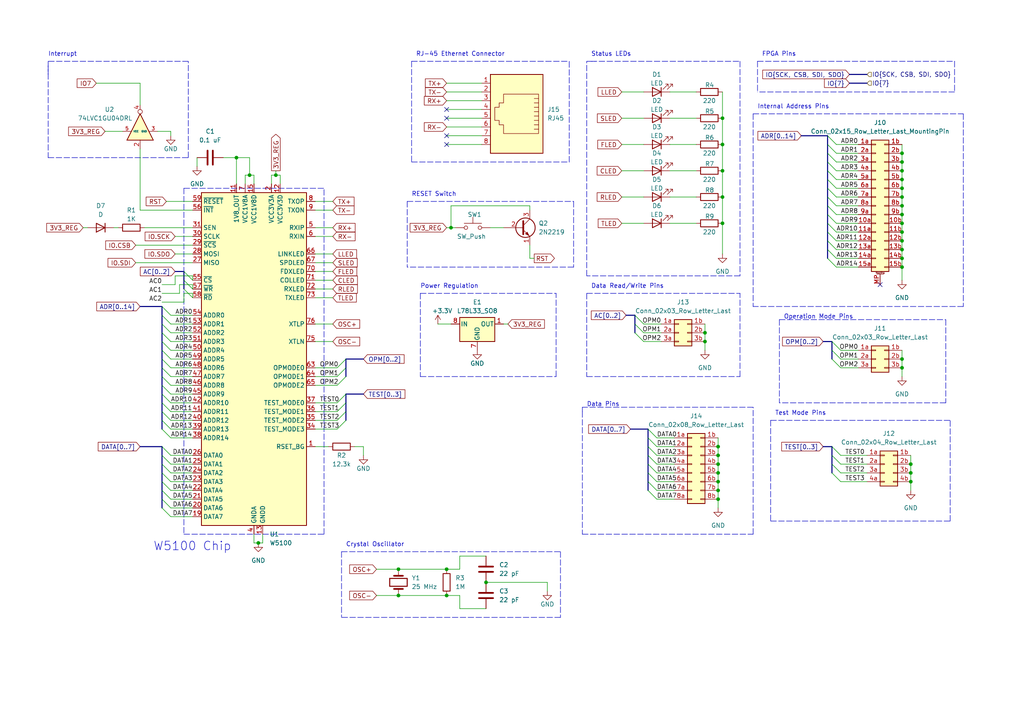
<source format=kicad_sch>
(kicad_sch (version 20211123) (generator eeschema)
  (paper "A4")
  (title_block (title "SoCET Ethernet Test Shield") (date "2023-02-17") (rev "1") (company "SoCET Shield Dev."))
  (junction (at 261.62 64.77))
  (junction (at 261.62 67.31))
  (junction (at 74.93 157.48))
  (junction (at 72.39 50.8))
  (junction (at 208.28 134.62))
  (junction (at 261.62 74.93))
  (junction (at 261.62 52.07))
  (junction (at 209.55 41.91))
  (junction (at 80.01 50.8))
  (junction (at 261.62 69.85))
  (junction (at 261.62 62.23))
  (junction (at 208.28 129.54))
  (junction (at 261.62 106.68))
  (junction (at 208.28 139.7))
  (junction (at 209.55 34.29))
  (junction (at 208.28 137.16))
  (junction (at 208.28 142.24))
  (junction (at 264.16 134.62))
  (junction (at 261.62 104.14))
  (junction (at 130.81 66.04))
  (junction (at 261.62 44.45))
  (junction (at 129.54 165.1))
  (junction (at 68.58 45.72))
  (junction (at 204.47 96.52))
  (junction (at 264.16 137.16))
  (junction (at 261.62 72.39))
  (junction (at 209.55 57.15))
  (junction (at 140.97 168.91))
  (junction (at 115.57 165.1))
  (junction (at 261.62 54.61))
  (junction (at 208.28 144.78))
  (junction (at 261.62 46.99))
  (junction (at 208.28 132.08))
  (junction (at 264.16 139.7))
  (junction (at 261.62 57.15))
  (junction (at 115.57 172.72))
  (junction (at 204.47 99.06))
  (junction (at 209.55 64.77))
  (junction (at 129.54 172.72))
  (junction (at 261.62 77.47))
  (junction (at 209.55 49.53))
  (junction (at 261.62 49.53))
  (junction (at 261.62 59.69))
  (no_connect (at 255.27 82.55))
  (no_connect (at 129.54 39.37))
  (no_connect (at 129.54 41.91))
  (no_connect (at 129.54 31.75))
  (no_connect (at 129.54 34.29))
  (bus_entry (at 187.96 127) (size 2.54 2.54))
  (bus_entry (at 187.96 124.46) (size 2.54 2.54))
  (bus_entry (at 187.96 142.24) (size 2.54 2.54))
  (bus_entry (at 187.96 129.54) (size 2.54 2.54))
  (bus_entry (at 187.96 132.08) (size 2.54 2.54))
  (bus_entry (at 187.96 139.7) (size 2.54 2.54))
  (bus_entry (at 187.96 134.62) (size 2.54 2.54))
  (bus_entry (at 187.96 137.16) (size 2.54 2.54))
  (bus_entry (at 46.99 88.9) (size 2.54 2.54))
  (bus_entry (at 46.99 111.76) (size 2.54 2.54))
  (bus_entry (at 46.99 114.3) (size 2.54 2.54))
  (bus_entry (at 46.99 116.84) (size 2.54 2.54))
  (bus_entry (at 46.99 119.38) (size 2.54 2.54))
  (bus_entry (at 46.99 121.92) (size 2.54 2.54))
  (bus_entry (at 46.99 124.46) (size 2.54 2.54))
  (bus_entry (at 46.99 101.6) (size 2.54 2.54))
  (bus_entry (at 46.99 104.14) (size 2.54 2.54))
  (bus_entry (at 46.99 106.68) (size 2.54 2.54))
  (bus_entry (at 46.99 109.22) (size 2.54 2.54))
  (bus_entry (at 46.99 91.44) (size 2.54 2.54))
  (bus_entry (at 46.99 93.98) (size 2.54 2.54))
  (bus_entry (at 46.99 96.52) (size 2.54 2.54))
  (bus_entry (at 46.99 99.06) (size 2.54 2.54))
  (bus_entry (at 97.79 116.84) (size 2.54 -2.54))
  (bus_entry (at 240.03 59.69) (size 2.54 2.54))
  (bus_entry (at 240.03 46.99) (size 2.54 2.54))
  (bus_entry (at 240.03 49.53) (size 2.54 2.54))
  (bus_entry (at 240.03 52.07) (size 2.54 2.54))
  (bus_entry (at 240.03 54.61) (size 2.54 2.54))
  (bus_entry (at 240.03 57.15) (size 2.54 2.54))
  (bus_entry (at 184.15 91.44) (size 2.54 2.54))
  (bus_entry (at 46.99 142.24) (size 2.54 2.54))
  (bus_entry (at 46.99 147.32) (size 2.54 2.54))
  (bus_entry (at 46.99 144.78) (size 2.54 2.54))
  (bus_entry (at 97.79 109.22) (size 2.54 -2.54))
  (bus_entry (at 97.79 111.76) (size 2.54 -2.54))
  (bus_entry (at 97.79 106.68) (size 2.54 -2.54))
  (bus_entry (at 46.99 129.54) (size 2.54 2.54))
  (bus_entry (at 46.99 132.08) (size 2.54 2.54))
  (bus_entry (at 46.99 134.62) (size 2.54 2.54))
  (bus_entry (at 46.99 137.16) (size 2.54 2.54))
  (bus_entry (at 46.99 139.7) (size 2.54 2.54))
  (bus_entry (at 241.3 101.6) (size 2.54 2.54))
  (bus_entry (at 241.3 99.06) (size 2.54 2.54))
  (bus_entry (at 241.3 104.14) (size 2.54 2.54))
  (bus_entry (at 53.34 78.74) (size 2.54 2.54))
  (bus_entry (at 240.03 62.23) (size 2.54 2.54))
  (bus_entry (at 240.03 64.77) (size 2.54 2.54))
  (bus_entry (at 240.03 67.31) (size 2.54 2.54))
  (bus_entry (at 240.03 69.85) (size 2.54 2.54))
  (bus_entry (at 240.03 72.39) (size 2.54 2.54))
  (bus_entry (at 240.03 74.93) (size 2.54 2.54))
  (bus_entry (at 53.34 81.28) (size 2.54 2.54))
  (bus_entry (at 53.34 83.82) (size 2.54 2.54))
  (bus_entry (at 184.15 96.52) (size 2.54 2.54))
  (bus_entry (at 241.3 129.54) (size 2.54 2.54))
  (bus_entry (at 241.3 137.16) (size 2.54 2.54))
  (bus_entry (at 241.3 132.08) (size 2.54 2.54))
  (bus_entry (at 241.3 134.62) (size 2.54 2.54))
  (bus_entry (at 184.15 93.98) (size 2.54 2.54))
  (bus_entry (at 240.03 41.91) (size 2.54 2.54))
  (bus_entry (at 240.03 44.45) (size 2.54 2.54))
  (bus_entry (at 240.03 39.37) (size 2.54 2.54))
  (bus_entry (at 97.79 124.46) (size 2.54 -2.54))
  (bus_entry (at 97.79 121.92) (size 2.54 -2.54))
  (bus_entry (at 97.79 119.38) (size 2.54 -2.54))
  (bus (pts (xy 46.99 129.54) (xy 46.99 132.08)))
  (bus (pts (xy 240.03 64.77) (xy 240.03 67.31)))
  (polyline (pts (xy 223.52 151.13) (xy 275.59 151.13)))
  (polyline (pts (xy 121.92 85.09) (xy 161.29 85.09)))
  (wire (pts (xy 39.37 71.12) (xy 55.88 71.12)))
  (wire (pts (xy 49.53 127) (xy 55.88 127)))
  (bus (pts (xy 184.15 91.44) (xy 184.15 93.98)))
  (wire (pts (xy 153.67 59.69) (xy 153.67 60.96)))
  (wire (pts (xy 91.44 58.42) (xy 96.52 58.42)))
  (wire (pts (xy 24.13 66.04) (xy 25.4 66.04)))
  (wire (pts (xy 209.55 41.91) (xy 209.55 49.53)))
  (bus (pts (xy 187.96 129.54) (xy 187.96 132.08)))
  (polyline (pts (xy 170.18 85.09) (xy 170.18 109.22)))
  (wire (pts (xy 91.44 76.2) (xy 96.52 76.2)))
  (wire (pts (xy 109.22 172.72) (xy 115.57 172.72)))
  (bus (pts (xy 240.03 57.15) (xy 240.03 59.69)))
  (polyline (pts (xy 223.52 121.92) (xy 275.59 121.92)))
  (polyline (pts (xy 53.34 54.61) (xy 53.34 154.94)))
  (wire (pts (xy 186.69 99.06) (xy 191.77 99.06)))
  (wire (pts (xy 261.62 52.07) (xy 261.62 54.61)))
  (wire (pts (xy 242.57 72.39) (xy 248.92 72.39)))
  (polyline (pts (xy 226.06 92.71) (xy 274.32 92.71)))
  (wire (pts (xy 49.53 101.6) (xy 55.88 101.6)))
  (polyline (pts (xy 218.44 154.94) (xy 218.44 118.11)))
  (wire (pts (xy 261.62 74.93) (xy 261.62 77.47)))
  (wire (pts (xy 261.62 77.47) (xy 261.62 81.28)))
  (wire (pts (xy 49.53 121.92) (xy 55.88 121.92)))
  (bus (pts (xy 240.03 69.85) (xy 240.03 72.39)))
  (bus (pts (xy 187.96 124.46) (xy 187.96 127)))
  (polyline (pts (xy 226.06 92.71) (xy 226.06 116.84)))
  (polyline (pts (xy 121.92 85.09) (xy 121.92 109.22)))
  (wire (pts (xy 91.44 68.58) (xy 96.52 68.58)))
  (wire (pts (xy 242.57 64.77) (xy 248.92 64.77)))
  (wire (pts (xy 73.66 50.8) (xy 73.66 53.34)))
  (wire (pts (xy 50.8 80.01) (xy 55.88 80.01)))
  (polyline (pts (xy 170.18 109.22) (xy 214.63 109.22)))
  (wire (pts (xy 129.54 26.67) (xy 139.7 26.67)))
  (wire (pts (xy 91.44 81.28) (xy 96.52 81.28)))
  (bus (pts (xy 240.03 39.37) (xy 240.03 41.91)))
  (wire (pts (xy 129.54 31.75) (xy 139.7 31.75)))
  (wire (pts (xy 49.53 149.86) (xy 55.88 149.86)))
  (wire (pts (xy 194.31 34.29) (xy 201.93 34.29)))
  (polyline (pts (xy 218.44 33.02) (xy 218.44 88.9)))
  (bus (pts (xy 240.03 67.31) (xy 240.03 69.85)))
  (wire (pts (xy 243.84 132.08) (xy 251.46 132.08)))
  (wire (pts (xy 264.16 132.08) (xy 264.16 134.62)))
  (polyline (pts (xy 171.45 17.78) (xy 214.63 17.78)))
  (wire (pts (xy 153.67 74.93) (xy 154.94 74.93)))
  (wire (pts (xy 180.34 41.91) (xy 186.69 41.91)))
  (wire (pts (xy 55.88 85.09) (xy 55.88 86.36)))
  (bus (pts (xy 240.03 44.45) (xy 240.03 46.99)))
  (bus (pts (xy 232.41 39.37) (xy 240.03 39.37)))
  (wire (pts (xy 261.62 62.23) (xy 261.62 64.77)))
  (wire (pts (xy 180.34 49.53) (xy 186.69 49.53)))
  (wire (pts (xy 261.62 72.39) (xy 261.62 74.93)))
  (wire (pts (xy 72.39 45.72) (xy 72.39 50.8)))
  (wire (pts (xy 55.88 82.55) (xy 55.88 83.82)))
  (wire (pts (xy 127 93.98) (xy 130.81 93.98)))
  (polyline (pts (xy 54.61 45.72) (xy 54.61 17.78)))
  (bus (pts (xy 46.99 109.22) (xy 46.99 111.76)))
  (wire (pts (xy 91.44 106.68) (xy 97.79 106.68)))
  (wire (pts (xy 242.57 62.23) (xy 248.92 62.23)))
  (wire (pts (xy 91.44 60.96) (xy 96.52 60.96)))
  (wire (pts (xy 190.5 127) (xy 195.58 127)))
  (wire (pts (xy 129.54 24.13) (xy 139.7 24.13)))
  (wire (pts (xy 129.54 36.83) (xy 139.7 36.83)))
  (wire (pts (xy 190.5 144.78) (xy 195.58 144.78)))
  (wire (pts (xy 46.99 85.09) (xy 52.07 85.09)))
  (wire (pts (xy 91.44 129.54) (xy 95.25 129.54)))
  (bus (pts (xy 46.99 116.84) (xy 46.99 119.38)))
  (bus (pts (xy 187.96 132.08) (xy 187.96 134.62)))
  (polyline (pts (xy 276.86 26.67) (xy 219.71 26.67)))
  (bus (pts (xy 240.03 46.99) (xy 240.03 49.53)))
  (polyline (pts (xy 99.06 160.02) (xy 99.06 179.07)))
  (bus (pts (xy 100.33 104.14) (xy 100.33 106.68)))
  (wire (pts (xy 243.84 106.68) (xy 248.92 106.68)))
  (wire (pts (xy 48.26 58.42) (xy 55.88 58.42)))
  (polyline (pts (xy 119.38 46.99) (xy 165.1 46.99)))
  (polyline (pts (xy 218.44 118.11) (xy 168.91 118.11)))
  (wire (pts (xy 133.35 172.72) (xy 133.35 176.53)))
  (wire (pts (xy 91.44 86.36) (xy 96.52 86.36)))
  (wire (pts (xy 133.35 161.29) (xy 140.97 161.29)))
  (wire (pts (xy 242.57 52.07) (xy 248.92 52.07)))
  (wire (pts (xy 129.54 165.1) (xy 133.35 165.1)))
  (wire (pts (xy 68.58 45.72) (xy 72.39 45.72)))
  (wire (pts (xy 194.31 64.77) (xy 201.93 64.77)))
  (wire (pts (xy 194.31 26.67) (xy 201.93 26.67)))
  (wire (pts (xy 208.28 137.16) (xy 208.28 139.7)))
  (bus (pts (xy 187.96 139.7) (xy 187.96 142.24)))
  (wire (pts (xy 49.53 99.06) (xy 55.88 99.06)))
  (bus (pts (xy 53.34 78.74) (xy 53.34 81.28)))
  (wire (pts (xy 105.41 132.08) (xy 105.41 129.54)))
  (wire (pts (xy 261.62 44.45) (xy 261.62 46.99)))
  (wire (pts (xy 49.53 116.84) (xy 55.88 116.84)))
  (wire (pts (xy 261.62 101.6) (xy 261.62 104.14)))
  (wire (pts (xy 91.44 119.38) (xy 97.79 119.38)))
  (wire (pts (xy 129.54 41.91) (xy 139.7 41.91)))
  (wire (pts (xy 242.57 57.15) (xy 248.92 57.15)))
  (wire (pts (xy 49.53 124.46) (xy 55.88 124.46)))
  (bus (pts (xy 46.99 99.06) (xy 46.99 101.6)))
  (wire (pts (xy 180.34 26.67) (xy 186.69 26.67)))
  (wire (pts (xy 209.55 64.77) (xy 209.55 73.66)))
  (wire (pts (xy 190.5 137.16) (xy 195.58 137.16)))
  (wire (pts (xy 242.57 74.93) (xy 248.92 74.93)))
  (bus (pts (xy 246.38 24.13) (xy 251.46 24.13)))
  (polyline (pts (xy 168.91 154.94) (xy 218.44 154.94)))
  (wire (pts (xy 40.64 30.48) (xy 40.64 24.13)))
  (wire (pts (xy 40.64 43.18) (xy 40.64 60.96)))
  (wire (pts (xy 30.48 38.1) (xy 35.56 38.1)))
  (wire (pts (xy 242.57 69.85) (xy 248.92 69.85)))
  (wire (pts (xy 73.66 154.94) (xy 73.66 157.48)))
  (wire (pts (xy 52.07 85.09) (xy 52.07 82.55)))
  (wire (pts (xy 261.62 64.77) (xy 261.62 67.31)))
  (wire (pts (xy 204.47 99.06) (xy 204.47 101.6)))
  (wire (pts (xy 261.62 49.53) (xy 261.62 52.07)))
  (wire (pts (xy 186.69 96.52) (xy 191.77 96.52)))
  (polyline (pts (xy 274.32 92.71) (xy 274.32 116.84)))
  (wire (pts (xy 190.5 142.24) (xy 195.58 142.24)))
  (wire (pts (xy 208.28 127) (xy 208.28 129.54)))
  (bus (pts (xy 46.99 134.62) (xy 46.99 137.16)))
  (wire (pts (xy 129.54 29.21) (xy 139.7 29.21)))
  (bus (pts (xy 240.03 54.61) (xy 240.03 57.15)))
  (wire (pts (xy 209.55 34.29) (xy 209.55 41.91)))
  (wire (pts (xy 140.97 168.91) (xy 158.75 168.91)))
  (polyline (pts (xy 119.38 17.78) (xy 165.1 17.78)))
  (wire (pts (xy 78.74 50.8) (xy 80.01 50.8)))
  (wire (pts (xy 242.57 77.47) (xy 248.92 77.47)))
  (wire (pts (xy 49.53 96.52) (xy 55.88 96.52)))
  (wire (pts (xy 109.22 165.1) (xy 115.57 165.1)))
  (wire (pts (xy 115.57 165.1) (xy 129.54 165.1)))
  (bus (pts (xy 241.3 101.6) (xy 241.3 104.14)))
  (wire (pts (xy 49.53 38.1) (xy 45.72 38.1)))
  (polyline (pts (xy 13.97 17.78) (xy 13.97 21.59)))
  (polyline (pts (xy 166.37 77.47) (xy 118.11 77.47)))
  (wire (pts (xy 49.53 104.14) (xy 55.88 104.14)))
  (polyline (pts (xy 275.59 151.13) (xy 275.59 121.92)))
  (wire (pts (xy 71.12 50.8) (xy 72.39 50.8)))
  (polyline (pts (xy 162.56 160.02) (xy 162.56 179.07)))
  (wire (pts (xy 49.53 114.3) (xy 55.88 114.3)))
  (wire (pts (xy 49.53 132.08) (xy 55.88 132.08)))
  (bus (pts (xy 187.96 137.16) (xy 187.96 139.7)))
  (wire (pts (xy 208.28 134.62) (xy 208.28 137.16)))
  (wire (pts (xy 242.57 41.91) (xy 248.92 41.91)))
  (polyline (pts (xy 214.63 109.22) (xy 214.63 85.09)))
  (polyline (pts (xy 99.06 160.02) (xy 162.56 160.02)))
  (wire (pts (xy 209.55 49.53) (xy 209.55 57.15)))
  (wire (pts (xy 243.84 139.7) (xy 251.46 139.7)))
  (polyline (pts (xy 118.11 58.42) (xy 118.11 77.47)))
  (wire (pts (xy 91.44 99.06) (xy 96.52 99.06)))
  (wire (pts (xy 91.44 93.98) (xy 96.52 93.98)))
  (wire (pts (xy 49.53 93.98) (xy 55.88 93.98)))
  (wire (pts (xy 91.44 124.46) (xy 97.79 124.46)))
  (wire (pts (xy 49.53 106.68) (xy 55.88 106.68)))
  (wire (pts (xy 180.34 34.29) (xy 186.69 34.29)))
  (wire (pts (xy 50.8 73.66) (xy 55.88 73.66)))
  (wire (pts (xy 49.53 147.32) (xy 55.88 147.32)))
  (wire (pts (xy 55.88 80.01) (xy 55.88 81.28)))
  (wire (pts (xy 91.44 109.22) (xy 97.79 109.22)))
  (bus (pts (xy 40.64 129.54) (xy 46.99 129.54)))
  (wire (pts (xy 53.34 85.09) (xy 55.88 85.09)))
  (wire (pts (xy 261.62 54.61) (xy 261.62 57.15)))
  (bus (pts (xy 105.41 114.3) (xy 100.33 114.3)))
  (bus (pts (xy 238.76 99.06) (xy 241.3 99.06)))
  (wire (pts (xy 142.24 66.04) (xy 146.05 66.04)))
  (polyline (pts (xy 274.32 116.84) (xy 226.06 116.84)))
  (wire (pts (xy 49.53 142.24) (xy 55.88 142.24)))
  (wire (pts (xy 194.31 41.91) (xy 201.93 41.91)))
  (wire (pts (xy 81.28 50.8) (xy 81.28 53.34)))
  (wire (pts (xy 129.54 39.37) (xy 139.7 39.37)))
  (polyline (pts (xy 162.56 179.07) (xy 99.06 179.07)))
  (wire (pts (xy 80.01 50.8) (xy 81.28 50.8)))
  (polyline (pts (xy 276.86 17.78) (xy 276.86 26.67)))
  (polyline (pts (xy 54.61 17.78) (xy 13.97 17.78)))
  (wire (pts (xy 49.53 134.62) (xy 55.88 134.62)))
  (wire (pts (xy 52.07 82.55) (xy 55.88 82.55)))
  (wire (pts (xy 129.54 34.29) (xy 139.7 34.29)))
  (wire (pts (xy 91.44 78.74) (xy 96.52 78.74)))
  (wire (pts (xy 242.57 59.69) (xy 248.92 59.69)))
  (wire (pts (xy 46.99 82.55) (xy 50.8 82.55)))
  (wire (pts (xy 261.62 57.15) (xy 261.62 59.69)))
  (wire (pts (xy 130.81 66.04) (xy 132.08 66.04)))
  (bus (pts (xy 182.88 124.46) (xy 187.96 124.46)))
  (wire (pts (xy 243.84 104.14) (xy 248.92 104.14)))
  (bus (pts (xy 46.99 106.68) (xy 46.99 109.22)))
  (bus (pts (xy 46.99 111.76) (xy 46.99 114.3)))
  (polyline (pts (xy 13.97 19.05) (xy 13.97 45.72)))
  (bus (pts (xy 181.61 91.44) (xy 184.15 91.44)))
  (bus (pts (xy 46.99 139.7) (xy 46.99 142.24)))
  (bus (pts (xy 105.41 104.14) (xy 100.33 104.14)))
  (bus (pts (xy 238.76 129.54) (xy 241.3 129.54)))
  (bus (pts (xy 46.99 96.52) (xy 46.99 99.06)))
  (polyline (pts (xy 214.63 80.01) (xy 170.18 80.01)))
  (polyline (pts (xy 13.97 45.72) (xy 54.61 45.72)))
  (wire (pts (xy 49.53 109.22) (xy 55.88 109.22)))
  (bus (pts (xy 240.03 72.39) (xy 240.03 74.93)))
  (polyline (pts (xy 219.71 17.78) (xy 219.71 26.67)))
  (wire (pts (xy 49.53 144.78) (xy 55.88 144.78)))
  (bus (pts (xy 246.38 21.59) (xy 251.46 21.59)))
  (polyline (pts (xy 223.52 121.92) (xy 223.52 151.13)))
  (bus (pts (xy 241.3 134.62) (xy 241.3 137.16)))
  (wire (pts (xy 49.53 91.44) (xy 55.88 91.44)))
  (wire (pts (xy 186.69 93.98) (xy 191.77 93.98)))
  (polyline (pts (xy 279.4 88.9) (xy 218.44 88.9)))
  (bus (pts (xy 46.99 101.6) (xy 46.99 104.14)))
  (wire (pts (xy 130.81 66.04) (xy 130.81 59.69)))
  (wire (pts (xy 208.28 129.54) (xy 208.28 132.08)))
  (wire (pts (xy 33.02 66.04) (xy 34.29 66.04)))
  (bus (pts (xy 100.33 114.3) (xy 100.33 116.84)))
  (wire (pts (xy 68.58 53.34) (xy 68.58 45.72)))
  (wire (pts (xy 208.28 132.08) (xy 208.28 134.62)))
  (wire (pts (xy 243.84 137.16) (xy 251.46 137.16)))
  (wire (pts (xy 49.53 39.37) (xy 49.53 38.1)))
  (wire (pts (xy 180.34 64.77) (xy 186.69 64.77)))
  (wire (pts (xy 76.2 154.94) (xy 76.2 157.48)))
  (wire (pts (xy 204.47 96.52) (xy 204.47 99.06)))
  (wire (pts (xy 72.39 50.8) (xy 73.66 50.8)))
  (wire (pts (xy 190.5 134.62) (xy 195.58 134.62)))
  (bus (pts (xy 46.99 137.16) (xy 46.99 139.7)))
  (bus (pts (xy 100.33 116.84) (xy 100.33 119.38)))
  (polyline (pts (xy 93.98 154.94) (xy 93.98 54.61)))
  (wire (pts (xy 242.57 46.99) (xy 248.92 46.99)))
  (bus (pts (xy 187.96 127) (xy 187.96 129.54)))
  (wire (pts (xy 41.91 66.04) (xy 55.88 66.04)))
  (bus (pts (xy 46.99 121.92) (xy 46.99 124.46)))
  (polyline (pts (xy 170.18 17.78) (xy 172.72 17.78)))
  (wire (pts (xy 129.54 172.72) (xy 133.35 172.72)))
  (bus (pts (xy 46.99 114.3) (xy 46.99 116.84)))
  (wire (pts (xy 158.75 168.91) (xy 158.75 171.45)))
  (bus (pts (xy 40.64 88.9) (xy 46.99 88.9)))
  (bus (pts (xy 46.99 104.14) (xy 46.99 106.68)))
  (polyline (pts (xy 219.71 17.78) (xy 276.86 17.78)))
  (bus (pts (xy 46.99 142.24) (xy 46.99 144.78)))
  (wire (pts (xy 74.93 157.48) (xy 73.66 157.48)))
  (bus (pts (xy 241.3 129.54) (xy 241.3 132.08)))
  (wire (pts (xy 261.62 41.91) (xy 261.62 44.45)))
  (wire (pts (xy 209.55 57.15) (xy 209.55 64.77)))
  (bus (pts (xy 46.99 119.38) (xy 46.99 121.92)))
  (wire (pts (xy 261.62 104.14) (xy 261.62 106.68)))
  (wire (pts (xy 243.84 134.62) (xy 251.46 134.62)))
  (wire (pts (xy 190.5 129.54) (xy 195.58 129.54)))
  (wire (pts (xy 194.31 57.15) (xy 201.93 57.15)))
  (polyline (pts (xy 165.1 46.99) (xy 165.1 17.78)))
  (wire (pts (xy 133.35 176.53) (xy 140.97 176.53)))
  (wire (pts (xy 261.62 106.68) (xy 261.62 109.22)))
  (wire (pts (xy 208.28 142.24) (xy 208.28 144.78)))
  (wire (pts (xy 49.53 139.7) (xy 55.88 139.7)))
  (wire (pts (xy 146.05 93.98) (xy 147.32 93.98)))
  (polyline (pts (xy 53.34 154.94) (xy 93.98 154.94)))
  (wire (pts (xy 129.54 66.04) (xy 130.81 66.04)))
  (wire (pts (xy 261.62 69.85) (xy 261.62 72.39)))
  (wire (pts (xy 49.53 111.76) (xy 55.88 111.76)))
  (wire (pts (xy 261.62 67.31) (xy 261.62 69.85)))
  (wire (pts (xy 50.8 68.58) (xy 55.88 68.58)))
  (wire (pts (xy 208.28 139.7) (xy 208.28 142.24)))
  (wire (pts (xy 130.81 59.69) (xy 153.67 59.69)))
  (wire (pts (xy 64.77 45.72) (xy 68.58 45.72)))
  (wire (pts (xy 39.37 76.2) (xy 55.88 76.2)))
  (wire (pts (xy 80.01 49.53) (xy 80.01 50.8)))
  (bus (pts (xy 240.03 52.07) (xy 240.03 54.61)))
  (wire (pts (xy 40.64 60.96) (xy 55.88 60.96)))
  (wire (pts (xy 242.57 67.31) (xy 248.92 67.31)))
  (wire (pts (xy 242.57 54.61) (xy 248.92 54.61)))
  (polyline (pts (xy 218.44 33.02) (xy 279.4 33.02)))
  (bus (pts (xy 46.99 93.98) (xy 46.99 96.52)))
  (wire (pts (xy 243.84 101.6) (xy 248.92 101.6)))
  (wire (pts (xy 264.16 137.16) (xy 264.16 139.7)))
  (wire (pts (xy 133.35 165.1) (xy 133.35 161.29)))
  (wire (pts (xy 49.53 119.38) (xy 55.88 119.38)))
  (bus (pts (xy 241.3 132.08) (xy 241.3 134.62)))
  (polyline (pts (xy 161.29 109.22) (xy 161.29 85.09)))
  (wire (pts (xy 49.53 137.16) (xy 55.88 137.16)))
  (wire (pts (xy 53.34 87.63) (xy 53.34 85.09)))
  (wire (pts (xy 91.44 66.04) (xy 96.52 66.04)))
  (wire (pts (xy 91.44 116.84) (xy 97.79 116.84)))
  (polyline (pts (xy 214.63 17.78) (xy 214.63 80.01)))
  (wire (pts (xy 264.16 139.7) (xy 264.16 142.24)))
  (bus (pts (xy 46.99 88.9) (xy 46.99 91.44)))
  (wire (pts (xy 57.15 45.72) (xy 57.15 48.26)))
  (wire (pts (xy 242.57 44.45) (xy 248.92 44.45)))
  (polyline (pts (xy 166.37 58.42) (xy 166.37 77.47)))
  (polyline (pts (xy 121.92 109.22) (xy 161.29 109.22)))
  (polyline (pts (xy 279.4 33.02) (xy 279.4 88.9)))
  (wire (pts (xy 78.74 50.8) (xy 78.74 53.34)))
  (wire (pts (xy 194.31 49.53) (xy 201.93 49.53)))
  (wire (pts (xy 102.87 129.54) (xy 105.41 129.54)))
  (wire (pts (xy 71.12 50.8) (xy 71.12 53.34)))
  (polyline (pts (xy 168.91 118.11) (xy 168.91 119.38)))
  (wire (pts (xy 115.57 172.72) (xy 129.54 172.72)))
  (bus (pts (xy 46.99 144.78) (xy 46.99 147.32)))
  (bus (pts (xy 100.33 119.38) (xy 100.33 121.92)))
  (bus (pts (xy 240.03 62.23) (xy 240.03 64.77)))
  (wire (pts (xy 74.93 157.48) (xy 76.2 157.48)))
  (wire (pts (xy 91.44 73.66) (xy 96.52 73.66)))
  (wire (pts (xy 242.57 49.53) (xy 248.92 49.53)))
  (wire (pts (xy 91.44 83.82) (xy 96.52 83.82)))
  (wire (pts (xy 204.47 93.98) (xy 204.47 96.52)))
  (wire (pts (xy 153.67 71.12) (xy 153.67 74.93)))
  (wire (pts (xy 190.5 139.7) (xy 195.58 139.7)))
  (polyline (pts (xy 170.18 85.09) (xy 214.63 85.09)))
  (wire (pts (xy 261.62 59.69) (xy 261.62 62.23)))
  (wire (pts (xy 91.44 121.92) (xy 97.79 121.92)))
  (wire (pts (xy 190.5 132.08) (xy 195.58 132.08)))
  (wire (pts (xy 46.99 87.63) (xy 53.34 87.63)))
  (wire (pts (xy 50.8 82.55) (xy 50.8 80.01)))
  (wire (pts (xy 261.62 46.99) (xy 261.62 49.53)))
  (bus (pts (xy 46.99 132.08) (xy 46.99 134.62)))
  (bus (pts (xy 240.03 59.69) (xy 240.03 62.23)))
  (polyline (pts (xy 53.34 54.61) (xy 93.98 54.61)))
  (polyline (pts (xy 170.18 80.01) (xy 170.18 17.78)))
  (wire (pts (xy 27.94 24.13) (xy 40.64 24.13)))
  (bus (pts (xy 184.15 93.98) (xy 184.15 96.52)))
  (wire (pts (xy 180.34 57.15) (xy 186.69 57.15)))
  (polyline (pts (xy 119.38 17.78) (xy 119.38 46.99)))
  (bus (pts (xy 240.03 41.91) (xy 240.03 44.45)))
  (bus (pts (xy 46.99 91.44) (xy 46.99 93.98)))
  (wire (pts (xy 91.44 111.76) (xy 97.79 111.76)))
  (wire (pts (xy 208.28 144.78) (xy 208.28 147.32)))
  (wire (pts (xy 264.16 134.62) (xy 264.16 137.16)))
  (bus (pts (xy 100.33 106.68) (xy 100.33 109.22)))
  (bus (pts (xy 53.34 81.28) (xy 53.34 83.82)))
  (bus (pts (xy 240.03 49.53) (xy 240.03 52.07)))
  (bus (pts (xy 187.96 134.62) (xy 187.96 137.16)))
  (polyline (pts (xy 168.91 119.38) (xy 168.91 154.94)))
  (polyline (pts (xy 118.11 58.42) (xy 166.37 58.42)))
  (bus (pts (xy 50.8 78.74) (xy 53.34 78.74)))
  (bus (pts (xy 241.3 99.06) (xy 241.3 101.6)))
  (wire (pts (xy 209.55 26.67) (xy 209.55 34.29)))
  (text "W5100 Chip\n" (at 44.45 160.02 0) (effects (font (size 2.5 2.5)) (justify left bottom)))
  (text "Power Regulation\n" (at 121.92 83.82 0) (effects (font (size 1.27 1.27)) (justify left bottom)))
  (text "Interrupt\n" (at 13.97 16.51 0) (effects (font (size 1.27 1.27)) (justify left bottom)))
  (text "Data Pins\n" (at 170.18 118.11 0) (effects (font (size 1.27 1.27)) (justify left bottom)))
  (text "Data Read/Write Pins\n" (at 171.45 83.82 0) (effects (font (size 1.27 1.27)) (justify left bottom)))
  (text "Status LEDs\n" (at 171.45 16.51 0) (effects (font (size 1.27 1.27)) (justify left bottom)))
  (text "Crystal Oscillator\n" (at 100.33 158.75 0) (effects (font (size 1.27 1.27)) (justify left bottom)))
  (text "RJ-45 Ethernet Connector\n" (at 120.65 16.51 0) (effects (font (size 1.27 1.27)) (justify left bottom)))
  (text "Operation Mode Pins\n" (at 227.33 92.71 0) (effects (font (size 1.27 1.27)) (justify left bottom)))
  (text "Test Mode Pins\n" (at 224.79 120.65 0) (effects (font (size 1.27 1.27)) (justify left bottom)))
  (text "FPGA Pins" (at 220.98 16.51 0) (effects (font (size 1.27 1.27)) (justify left bottom)))
  (text "RESET Switch\n" (at 119.38 57.15 0) (effects (font (size 1.27 1.27)) (justify left bottom)))
  (text "Internal Address Pins\n" (at 219.71 31.75 0) (effects (font (size 1.27 1.27)) (justify left bottom)))
  (label "ADR6" (at 50.8 106.68 0))
  (label "OPM2" (at 248.92 106.68 180))
  (label "AC1" (at 46.99 85.09 180))
  (label "OPM0" (at 248.92 101.6 180))
  (label "ADR3" (at 243.84 49.53 0))
  (label "DATA6" (at 55.88 147.32 180))
  (label "ADR9" (at 243.84 64.77 0))
  (label "OPM1" (at 191.77 96.52 180))
  (label "DATA1" (at 190.5 129.54 0))
  (label "DATA0" (at 190.5 127 0))
  (label "ADR2" (at 50.8 96.52 0))
  (label "ADR4" (at 243.84 52.07 0))
  (label "ADR13" (at 49.53 124.46 0))
  (label "ADR10" (at 242.57 67.31 0))
  (label "ADR13" (at 242.57 74.93 0))
  (label "ADR14" (at 49.53 127 0))
  (label "OPM1" (at 248.92 104.14 180))
  (label "DATA5" (at 55.88 144.78 180))
  (label "DATA7" (at 55.88 149.86 180))
  (label "ADR1" (at 50.8 93.98 0))
  (label "DATA5" (at 190.5 139.7 0))
  (label "TEST3" (at 245.11 139.7 0))
  (label "ADR11" (at 49.53 119.38 0))
  (label "TEST2" (at 245.11 137.16 0))
  (label "TEST1" (at 245.11 134.62 0))
  (label "ADR2" (at 243.84 46.99 0))
  (label "DATA6" (at 190.5 142.24 0))
  (label "DATA0" (at 55.88 132.08 180))
  (label "ADR5" (at 50.8 104.14 0))
  (label "AC2" (at 46.99 87.63 180))
  (label "OPM2" (at 191.77 99.06 180))
  (label "OPM0" (at 191.77 93.98 180))
  (label "DATA4" (at 55.88 142.24 180))
  (label "ADR9" (at 50.8 114.3 0))
  (label "DATA2" (at 55.88 137.16 180))
  (label "ADR8" (at 243.84 62.23 0))
  (label "ADR3" (at 50.8 99.06 0))
  (label "ADR5" (at 243.84 54.61 0))
  (label "TEST1" (at 92.71 119.38 0))
  (label "DATA7" (at 190.5 144.78 0))
  (label "TEST0" (at 245.11 132.08 0))
  (label "ADR11" (at 242.57 69.85 0))
  (label "ADR1" (at 243.84 44.45 0))
  (label "DATA3" (at 190.5 134.62 0))
  (label "ADR7" (at 243.84 59.69 0))
  (label "OPM0" (at 92.71 106.68 0))
  (label "OPM1" (at 92.71 109.22 0))
  (label "ADR12" (at 49.53 121.92 0))
  (label "OPM2" (at 92.71 111.76 0))
  (label "TEST3" (at 92.71 124.46 0))
  (label "ADR8" (at 50.8 111.76 0))
  (label "AC0" (at 46.99 82.55 180))
  (label "ADR6" (at 243.84 57.15 0))
  (label "ADR10" (at 49.53 116.84 0))
  (label "DATA2" (at 190.5 132.08 0))
  (label "TEST2" (at 92.71 121.92 0))
  (label "ADR4" (at 50.8 101.6 0))
  (label "ADR12" (at 242.57 72.39 0))
  (label "ADR0" (at 50.8 91.44 0))
  (label "TEST0" (at 92.71 116.84 0))
  (label "ADR7" (at 50.8 109.22 0))
  (label "ADR0" (at 243.84 41.91 0))
  (label "ADR14" (at 242.57 77.47 0))
  (label "DATA3" (at 55.88 139.7 180))
  (label "DATA4" (at 190.5 137.16 0))
  (label "DATA1" (at 55.88 134.62 180))
  (global_label "LLED" (shape input) (at 96.52 73.66 0) (property "Intersheet References" "${INTERSHEET_REFS}" (effects hide)))
  (global_label "CLED" (shape input) (at 96.52 81.28 0) (property "Intersheet References" "${INTERSHEET_REFS}" (effects hide)))
  (global_label "IO.SCK" (shape input) (at 50.8 68.58 180) (property "Intersheet References" "${INTERSHEET_REFS}" (effects hide)))
  (global_label "SLED" (shape input) (at 180.34 34.29 180) (property "Intersheet References" "${INTERSHEET_REFS}" (effects hide)))
  (global_label "FLED" (shape input) (at 180.34 41.91 180) (property "Intersheet References" "${INTERSHEET_REFS}" (effects hide)))
  (global_label "IO{SCK, CSB, SDI, SDO}" (shape input) (at 246.38 21.59 180) (property "Intersheet References" "${INTERSHEET_REFS}" (effects hide)))
  (global_label "LLED" (shape input) (at 180.34 26.67 180) (property "Intersheet References" "${INTERSHEET_REFS}" (effects hide)))
  (global_label "TLED" (shape input) (at 180.34 64.77 180) (property "Intersheet References" "${INTERSHEET_REFS}" (effects hide)))
  (global_label "IO{7}" (shape input) (at 246.38 24.13 180) (property "Intersheet References" "${INTERSHEET_REFS}" (effects hide)))
  (global_label "OPM[0..2]" (shape input) (at 238.76 99.06 180) (property "Intersheet References" "${INTERSHEET_REFS}" (effects hide)))
  (global_label "OPM[0..2]" (shape input) (at 105.41 104.14 0) (property "Intersheet References" "${INTERSHEET_REFS}" (effects hide)))
  (global_label "DATA[0..7]" (shape input) (at 40.64 129.54 180) (property "Intersheet References" "${INTERSHEET_REFS}" (effects hide)))
  (global_label "RX-" (shape input) (at 96.52 68.58 0) (property "Intersheet References" "${INTERSHEET_REFS}" (effects hide)))
  (global_label "RST" (shape input) (at 48.26 58.42 180) (property "Intersheet References" "${INTERSHEET_REFS}" (effects hide)))
  (global_label "3V3_REG" (shape input) (at 30.48 38.1 180) (property "Intersheet References" "${INTERSHEET_REFS}" (effects hide)))
  (global_label "AC[0..2]" (shape input) (at 50.8 78.74 180) (property "Intersheet References" "${INTERSHEET_REFS}" (effects hide)))
  (global_label "RLED" (shape input) (at 180.34 57.15 180) (property "Intersheet References" "${INTERSHEET_REFS}" (effects hide)))
  (global_label "3V3_REG" (shape input) (at 147.32 93.98 0) (property "Intersheet References" "${INTERSHEET_REFS}" (effects hide)))
  (global_label "RX+" (shape input) (at 96.52 66.04 0) (property "Intersheet References" "${INTERSHEET_REFS}" (effects hide)))
  (global_label "CLED" (shape input) (at 180.34 49.53 180) (property "Intersheet References" "${INTERSHEET_REFS}" (effects hide)))
  (global_label "IO7" (shape input) (at 27.94 24.13 180) (property "Intersheet References" "${INTERSHEET_REFS}" (effects hide)))
  (global_label "TEST[0..3]" (shape input) (at 238.76 129.54 180) (property "Intersheet References" "${INTERSHEET_REFS}" (effects hide)))
  (global_label "TX-" (shape input) (at 129.54 26.67 180) (property "Intersheet References" "${INTERSHEET_REFS}" (effects hide)))
  (global_label "3V3_REG" (shape input) (at 129.54 66.04 180) (property "Intersheet References" "${INTERSHEET_REFS}" (effects hide)))
  (global_label "TX-" (shape input) (at 96.52 60.96 0) (property "Intersheet References" "${INTERSHEET_REFS}" (effects hide)))
  (global_label "AC[0..2]" (shape input) (at 181.61 91.44 180) (property "Intersheet References" "${INTERSHEET_REFS}" (effects hide)))
  (global_label "TLED" (shape input) (at 96.52 86.36 0) (property "Intersheet References" "${INTERSHEET_REFS}" (effects hide)))
  (global_label "OSC-" (shape input) (at 109.22 172.72 180) (property "Intersheet References" "${INTERSHEET_REFS}" (effects hide)))
  (global_label "OSC+" (shape input) (at 109.22 165.1 180) (property "Intersheet References" "${INTERSHEET_REFS}" (effects hide)))
  (global_label "IO.CSB" (shape input) (at 39.37 71.12 180) (property "Intersheet References" "${INTERSHEET_REFS}" (effects hide)))
  (global_label "SLED" (shape input) (at 96.52 76.2 0) (property "Intersheet References" "${INTERSHEET_REFS}" (effects hide)))
  (global_label "IO.SDO" (shape input) (at 50.8 73.66 180) (property "Intersheet References" "${INTERSHEET_REFS}" (effects hide)))
  (global_label "TX+" (shape input) (at 129.54 24.13 180) (property "Intersheet References" "${INTERSHEET_REFS}" (effects hide)))
  (global_label "DATA[0..7]" (shape input) (at 182.88 124.46 180) (property "Intersheet References" "${INTERSHEET_REFS}" (effects hide)))
  (global_label "3V3_REG" (shape input) (at 24.13 66.04 180) (property "Intersheet References" "${INTERSHEET_REFS}" (effects hide)))
  (global_label "3V3_REG" (shape output) (at 80.01 49.53 90) (property "Intersheet References" "${INTERSHEET_REFS}" (effects hide)))
  (global_label "IO.SDI" (shape input) (at 39.37 76.2 180) (property "Intersheet References" "${INTERSHEET_REFS}" (effects hide)))
  (global_label "RX-" (shape input) (at 129.54 36.83 180) (property "Intersheet References" "${INTERSHEET_REFS}" (effects hide)))
  (global_label "ADR[0..14]" (shape input) (at 232.41 39.37 180) (property "Intersheet References" "${INTERSHEET_REFS}" (effects hide)))
  (global_label "RST" (shape output) (at 154.94 74.93 0) (property "Intersheet References" "${INTERSHEET_REFS}" (effects hide)))
  (global_label "OSC-" (shape input) (at 96.52 99.06 0) (property "Intersheet References" "${INTERSHEET_REFS}" (effects hide)))
  (global_label "TEST[0..3]" (shape input) (at 105.41 114.3 0) (property "Intersheet References" "${INTERSHEET_REFS}" (effects hide)))
  (global_label "ADR[0..14]" (shape input) (at 40.64 88.9 180) (property "Intersheet References" "${INTERSHEET_REFS}" (effects hide)))
  (global_label "TX+" (shape input) (at 96.52 58.42 0) (property "Intersheet References" "${INTERSHEET_REFS}" (effects hide)))
  (global_label "RLED" (shape input) (at 96.52 83.82 0) (property "Intersheet References" "${INTERSHEET_REFS}" (effects hide)))
  (global_label "OSC+" (shape input) (at 96.52 93.98 0) (property "Intersheet References" "${INTERSHEET_REFS}" (effects hide)))
  (global_label "FLED" (shape input) (at 96.52 78.74 0) (property "Intersheet References" "${INTERSHEET_REFS}" (effects hide)))
  (global_label "RX+" (shape input) (at 129.54 29.21 180) (property "Intersheet References" "${INTERSHEET_REFS}" (effects hide)))
  (hierarchical_label "IO{SCK, CSB, SDI, SDO}" (shape input) (at 251.46 21.59 0))
  (hierarchical_label "IO{7}" (shape input) (at 251.46 24.13 0))
  (symbol (lib_id "Connector_Generic_MountingPin:Conn_02x15_Row_Letter_Last_MountingPin") (at 254 59.69 0) (unit 1)
    (property "Reference" "J10" (at 255.27 35.56 0))
    (property "Value" "Conn_02x15_Row_Letter_Last_MountingPin" (at 255.27 38.1 0))
  )
  (symbol (lib_id "power:GND") (at 208.28 147.32 0) (unit 1)
    (property "Reference" "#PWR0109" (effects hide))
    (property "Value" "GND" (at 208.28 152.4 0))
  )
  (symbol (lib_id "power:GND") (at 158.75 171.45 0) (unit 1)
    (property "Reference" "#PWR0110" (effects hide))
    (property "Value" "GND" (at 158.75 175.26 0))
  )
  (symbol (lib_id "Device:R") (at 205.74 64.77 90) (unit 1)
    (property "Reference" "R9" (at 204.47 63.5 90) (effects (justify right top)))
    (property "Value" "220" (at 205.74 67.31 90))
  )
  (symbol (lib_id "power:GND") (at 138.43 101.6 0) (unit 1)
    (property "Reference" "#PWR0107" (effects hide))
    (property "Value" "GND" (at 138.43 105.41 0))
  )
  (symbol (lib_id "Device:LED") (at 190.5 41.91 180) (unit 1)
    (property "Reference" "D3" (at 190.5 36.83 0))
    (property "Value" "LED" (at 190.5 39.37 0))
  )
  (symbol (lib_id "Device:C") (at 140.97 165.1 0) (unit 1)
    (property "Reference" "C2" (at 144.78 163.8299 0) (effects (justify left)))
    (property "Value" "22 pF" (at 144.78 166.3699 0) (effects (justify left)))
  )
  (symbol (lib_id "power:GND") (at 57.15 48.26 0) (unit 1)
    (property "Reference" "#PWR0114" (effects hide))
    (property "Value" "GND" (at 57.15 53.34 0))
  )
  (symbol (lib_id "power:GND") (at 49.53 39.37 0) (unit 1)
    (property "Reference" "#PWR0106" (effects hide))
    (property "Value" "GND" (at 49.53 43.18 0))
  )
  (symbol (lib_id "power:GND") (at 261.62 109.22 0) (unit 1)
    (property "Reference" "#PWR0102" (effects hide))
    (property "Value" "GND" (at 261.62 114.3 0))
  )
  (symbol (lib_id "Device:LED") (at 190.5 34.29 180) (unit 1)
    (property "Reference" "D2" (at 190.5 29.21 0))
    (property "Value" "LED" (at 190.5 31.75 0))
  )
  (symbol (lib_id "power:GND") (at 209.55 73.66 0) (unit 1)
    (property "Reference" "#PWR0104" (effects hide))
    (property "Value" "GND" (at 209.55 78.74 0))
  )
  (symbol (lib_id "Device:C") (at 140.97 172.72 0) (unit 1)
    (property "Reference" "C3" (at 144.78 171.4499 0) (effects (justify left)))
    (property "Value" "22 pF" (at 144.78 173.9899 0) (effects (justify left)))
  )
  (symbol (lib_id "power:GND") (at 261.62 81.28 0) (unit 1)
    (property "Reference" "#PWR0101" (effects hide))
    (property "Value" "GND" (at 261.62 86.36 0))
  )
  (symbol (lib_id "Device:R") (at 205.74 34.29 90) (unit 1)
    (property "Reference" "R5" (at 204.47 33.02 90) (effects (justify right top)))
    (property "Value" "220" (at 205.74 36.83 90))
  )
  (symbol (lib_id "Device:R") (at 129.54 168.91 0) (unit 1)
    (property "Reference" "R3" (at 132.08 167.6399 0) (effects (justify left)))
    (property "Value" "1M" (at 132.08 170.1799 0) (effects (justify left)))
  )
  (symbol (lib_id "Device:R") (at 38.1 66.04 270) (unit 1)
    (property "Reference" "R1" (at 38.1 60.96 90))
    (property "Value" "1K" (at 38.1 63.5 90))
  )
  (symbol (lib_id "Device:LED") (at 190.5 64.77 180) (unit 1)
    (property "Reference" "D6" (at 190.5 59.69 0))
    (property "Value" "LED" (at 190.5 62.23 0))
  )
  (symbol (lib_id "Device:LED") (at 190.5 26.67 180) (unit 1)
    (property "Reference" "D1" (at 190.5 21.59 0))
    (property "Value" "LED" (at 190.5 24.13 0))
  )
  (symbol (lib_id "power:+3.3V") (at 127 93.98 0) (unit 1)
    (property "Reference" "#PWR0108" (effects hide))
    (property "Value" "+3.3V" (at 128.27 90.17 0))
  )
  (symbol (lib_id "Interface_Ethernet:W5100") (at 73.66 104.14 0) (unit 1)
    (property "Reference" "U1" (at 78.2194 154.94 0) (effects (justify left)))
    (property "Value" "W5100" (at 78.2194 157.48 0) (effects (justify left)))
    (property "Footprint" "Package_QFP:LQFP-80_10x10mm_P0.4mm" (effects hide))
    (property "Datasheet" "http://www.wiznet.io/wp-content/uploads/wiznethome/Chip/W5100/Document/W5100_Datasheet_v1.2.7.pdf" (effects hide))
  )
  (symbol (lib_id "Regulator_Linear:L78L33_SO8") (at 138.43 93.98 0) (unit 1)
    (property "Reference" "E1" (at 138.43 87.63 0))
    (property "Value" "L78L33_SO8" (at 138.43 90.17 0))
    (property "Footprint" "Package_SO:SOIC-8_3.9x4.9mm_P1.27mm" (effects hide))
    (property "Datasheet" "http://www.st.com/content/ccc/resource/technical/document/datasheet/15/55/e5/aa/23/5b/43/fd/CD00000446.pdf/files/CD00000446.pdf/jcr:content/translations/en.CD00000446.pdf" (effects hide))
  )
  (symbol (lib_id "Connector:RJ45") (at 149.86 31.75 180) (unit 1)
    (property "Reference" "J15" (at 158.75 31.7499 0) (effects (justify right)))
    (property "Value" "RJ45" (at 158.75 34.2899 0) (effects (justify right)))
  )
  (symbol (lib_id "Device:R") (at 205.74 41.91 90) (unit 1)
    (property "Reference" "R6" (at 204.47 40.64 90) (effects (justify right top)))
    (property "Value" "220" (at 205.74 44.45 90))
  )
  (symbol (lib_id "power:GND") (at 105.41 132.08 0) (unit 1)
    (property "Reference" "#PWR0111" (effects hide))
    (property "Value" "GND" (at 105.41 135.89 0))
  )
  (symbol (lib_id "Device:R") (at 205.74 26.67 90) (unit 1)
    (property "Reference" "R4" (at 204.47 25.4 90) (effects (justify right top)))
    (property "Value" "220" (at 205.74 29.21 90))
  )
  (symbol (lib_id "74xGxx:74LVC1GU04DRL") (at 40.64 38.1 90) (unit 1)
    (property "Reference" "U2" (at 31.75 31.75 90))
    (property "Value" "74LVC1GU04DRL" (at 30.48 34.29 90))
    (property "Footprint" "Package_TO_SOT_SMD:SOT-553" (effects hide))
    (property "Datasheet" "http://www.ti.com/lit/ds/symlink/sn74lvc1gu04.pdf" (effects hide))
  )
  (symbol (lib_id "power:GND") (at 204.47 101.6 0) (unit 1)
    (property "Reference" "#PWR0105" (effects hide))
    (property "Value" "GND" (at 204.47 106.68 0))
  )
  (symbol (lib_id "power:GND") (at 264.16 142.24 0) (unit 1)
    (property "Reference" "#PWR0103" (effects hide))
    (property "Value" "GND" (at 264.16 147.32 0))
  )
  (symbol (lib_id "Device:LED") (at 190.5 49.53 180) (unit 1)
    (property "Reference" "D4" (at 190.5 44.45 0))
    (property "Value" "LED" (at 190.5 46.99 0))
  )
  (symbol (lib_id "Transistor_BJT:2N2219") (at 151.13 66.04 0) (unit 1)
    (property "Reference" "Q2" (at 156.21 64.7699 0) (effects (justify left)))
    (property "Value" "2N2219" (at 156.21 67.3099 0) (effects (justify left)))
    (property "Footprint" "Package_TO_SOT_THT:TO-39-3" (effects hide))
    (property "Datasheet" "http://www.onsemi.com/pub_link/Collateral/2N2219-D.PDF" (effects hide))
  )
  (symbol (lib_id "power:GND") (at 74.93 157.48 0) (unit 1)
    (property "Reference" "#PWR0112" (effects hide))
    (property "Value" "GND" (at 74.93 162.56 0))
  )
  (symbol (lib_id "Switch:SW_Push") (at 137.16 66.04 0) (unit 1)
    (property "Reference" "SW1" (at 139.7 62.23 0) (effects (justify right)))
    (property "Value" "SW_Push" (at 140.97 68.58 0) (effects (justify right)))
  )
  (symbol (lib_id "Device:R") (at 205.74 49.53 90) (unit 1)
    (property "Reference" "R7" (at 204.47 48.26 90) (effects (justify right top)))
    (property "Value" "220" (at 205.74 52.07 90))
  )
  (symbol (lib_id "Connector_Generic:Conn_02x08_Row_Letter_Last") (at 200.66 134.62 0) (unit 1)
    (property "Reference" "J14" (at 201.93 120.65 0))
    (property "Value" "Conn_02x08_Row_Letter_Last" (at 201.93 123.19 0))
  )
  (symbol (lib_id "Device:C") (at 60.96 45.72 90) (unit 1)
    (property "Reference" "C1" (at 60.96 38.1 90))
    (property "Value" "0.1 uF" (at 60.96 40.64 90))
  )
  (symbol (lib_id "Connector_Generic:Conn_02x03_Row_Letter_Last") (at 254 104.14 0) (unit 1)
    (property "Reference" "J11" (at 255.27 95.25 0))
    (property "Value" "Conn_02x03_Row_Letter_Last" (at 255.27 97.79 0))
  )
  (symbol (lib_id "Device:R") (at 205.74 57.15 90) (unit 1)
    (property "Reference" "R8" (at 204.47 55.88 90) (effects (justify right top)))
    (property "Value" "220" (at 205.74 59.69 90))
  )
  (symbol (lib_id "Device:LED") (at 190.5 57.15 180) (unit 1)
    (property "Reference" "D5" (at 190.5 52.07 0))
    (property "Value" "LED" (at 190.5 54.61 0))
  )
  (symbol (lib_id "Device:R") (at 99.06 129.54 270) (unit 1)
    (property "Reference" "R2" (at 99.06 132.08 90))
    (property "Value" "12.3k" (at 99.06 134.62 90))
  )
  (symbol (lib_id "Device:Crystal") (at 115.57 168.91 90) (unit 1)
    (property "Reference" "Y1" (at 119.38 167.6399 90) (effects (justify right)))
    (property "Value" "25 MHz" (at 119.38 170.1799 90) (effects (justify right)))
  )
  (symbol (lib_id "Device:D") (at 29.21 66.04 180) (unit 1)
    (property "Reference" "D7" (at 29.21 59.69 0))
    (property "Value" "D" (at 29.21 62.23 0))
  )
  (symbol (lib_id "Connector_Generic:Conn_02x03_Row_Letter_Last") (at 196.85 96.52 0) (unit 1)
    (property "Reference" "J13" (at 198.12 87.63 0))
    (property "Value" "Conn_02x03_Row_Letter_Last" (at 198.12 90.17 0))
  )
  (symbol (lib_id "Connector_Generic:Conn_02x04_Row_Letter_Last") (at 256.54 134.62 0) (unit 1)
    (property "Reference" "J12" (at 257.81 125.73 0))
    (property "Value" "Conn_02x04_Row_Letter_Last" (at 257.81 128.27 0))
  )
)
</source>
